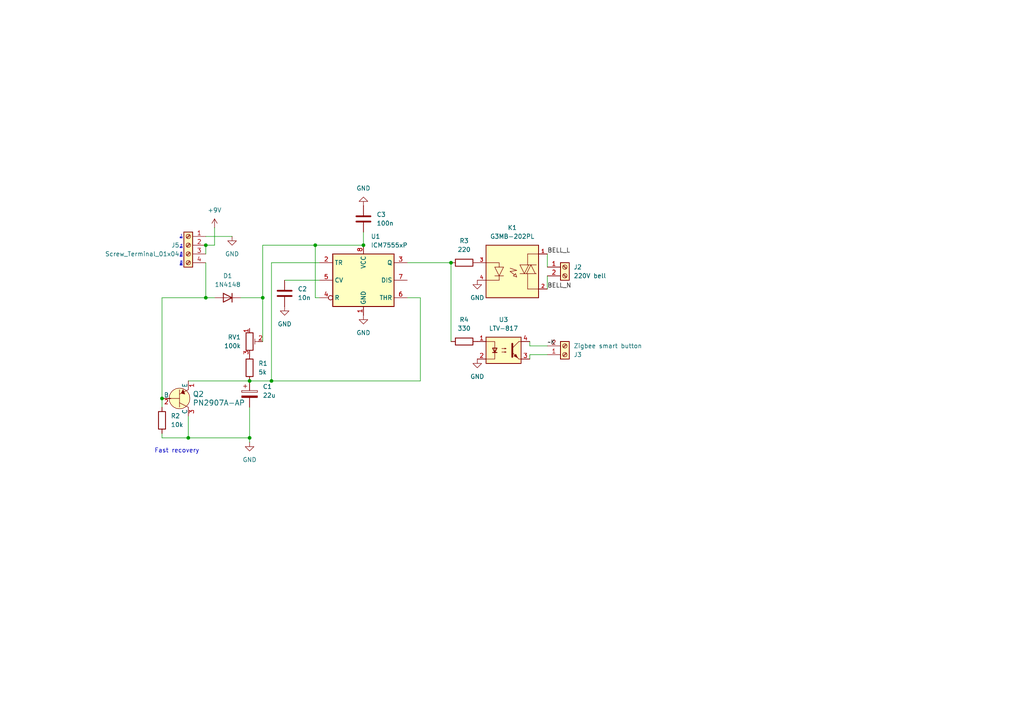
<source format=kicad_sch>
(kicad_sch (version 20250114) (generator "eeschema") (generator_version "9.0")
  (paper "A4")
  (title_block (title "Door bell") (date "2026-02-19") (rev "1.0") (company "Quinot Engineering"))
  (lib_symbols
    (symbol "Connector:Screw_Terminal_01x02" (pin_names (offset 1.016) (hide yes))
      (property "Reference" "J" (at 0 2.54 0))
      (property "Value" "Screw_Terminal_01x02" (at 0 -5.08 0))
      (symbol "Screw_Terminal_01x02_1_1"
        (rectangle (start -1.27 1.27) (end 1.27 -3.81) (stroke (width 0.254)) (fill (type background)))
        (polyline (pts (xy -0.5334 0.3302) (xy 0.3302 -0.508)) (stroke (width 0.1524)))
        (polyline (pts (xy -0.5334 -2.2098) (xy 0.3302 -3.048)) (stroke (width 0.1524)))
        (polyline (pts (xy -0.3556 0.508) (xy 0.508 -0.3302)) (stroke (width 0.1524)))
        (polyline (pts (xy -0.3556 -2.032) (xy 0.508 -2.8702)) (stroke (width 0.1524)))
        (circle (center 0 0) (radius 0.635) (stroke (width 0.1524)))
        (circle (center 0 -2.54) (radius 0.635) (stroke (width 0.1524)))
        (pin passive line (at -5.08 0 0) (length 3.81) (name "Pin_1") (number "1"))
        (pin passive line (at -5.08 -2.54 0) (length 3.81) (name "Pin_2") (number "2"))
      )
    )
    (symbol "Connector:Screw_Terminal_01x04" (pin_names (offset 1.016) (hide yes))
      (property "Reference" "J" (at 0 5.08 0))
      (property "Value" "Screw_Terminal_01x04" (at 0 -7.62 0))
      (symbol "Screw_Terminal_01x04_1_1"
        (rectangle (start -1.27 3.81) (end 1.27 -6.35) (stroke (width 0.254)) (fill (type background)))
        (polyline (pts (xy -0.5334 2.8702) (xy 0.3302 2.032)) (stroke (width 0.1524)))
        (polyline (pts (xy -0.5334 0.3302) (xy 0.3302 -0.508)) (stroke (width 0.1524)))
        (polyline (pts (xy -0.5334 -2.2098) (xy 0.3302 -3.048)) (stroke (width 0.1524)))
        (polyline (pts (xy -0.5334 -4.7498) (xy 0.3302 -5.588)) (stroke (width 0.1524)))
        (polyline (pts (xy -0.3556 3.048) (xy 0.508 2.2098)) (stroke (width 0.1524)))
        (polyline (pts (xy -0.3556 0.508) (xy 0.508 -0.3302)) (stroke (width 0.1524)))
        (polyline (pts (xy -0.3556 -2.032) (xy 0.508 -2.8702)) (stroke (width 0.1524)))
        (polyline (pts (xy -0.3556 -4.572) (xy 0.508 -5.4102)) (stroke (width 0.1524)))
        (circle (center 0 2.54) (radius 0.635) (stroke (width 0.1524)))
        (circle (center 0 0) (radius 0.635) (stroke (width 0.1524)))
        (circle (center 0 -2.54) (radius 0.635) (stroke (width 0.1524)))
        (circle (center 0 -5.08) (radius 0.635) (stroke (width 0.1524)))
        (pin passive line (at -5.08 2.54 0) (length 3.81) (name "Pin_1") (number "1"))
        (pin passive line (at -5.08 0 0) (length 3.81) (name "Pin_2") (number "2"))
        (pin passive line (at -5.08 -2.54 0) (length 3.81) (name "Pin_3") (number "3"))
        (pin passive line (at -5.08 -5.08 0) (length 3.81) (name "Pin_4") (number "4"))
      )
    )
    (symbol "Device:C" (pin_numbers (hide yes)) (pin_names (offset 0.254))
      (property "Reference" "C" (at 0.635 2.54 0))
      (property "Value" "C" (at 0.635 -2.54 0))
      (symbol "C_0_1"
        (polyline (pts (xy -2.032 0.762) (xy 2.032 0.762)) (stroke (width 0.508)))
        (polyline (pts (xy -2.032 -0.762) (xy 2.032 -0.762)) (stroke (width 0.508)))
      )
      (symbol "C_1_1"
        (pin passive line (at 0 3.81 270) (length 2.794) (name "~") (number "1"))
        (pin passive line (at 0 -3.81 90) (length 2.794) (name "~") (number "2"))
      )
    )
    (symbol "Device:C_Polarized" (pin_numbers (hide yes)) (pin_names (offset 0.254))
      (property "Reference" "C" (at 0.635 2.54 0))
      (property "Value" "C_Polarized" (at 0.635 -2.54 0))
      (symbol "C_Polarized_0_1"
        (rectangle (start -2.286 0.508) (end 2.286 1.016))
        (polyline (pts (xy -1.778 2.286) (xy -0.762 2.286)))
        (polyline (pts (xy -1.27 2.794) (xy -1.27 1.778)))
        (rectangle (start 2.286 -0.508) (end -2.286 -1.016) (fill (type outline)))
      )
      (symbol "C_Polarized_1_1"
        (pin passive line (at 0 3.81 270) (length 2.794) (name "~") (number "1"))
        (pin passive line (at 0 -3.81 90) (length 2.794) (name "~") (number "2"))
      )
    )
    (symbol "Device:R" (pin_numbers (hide yes)) (pin_names (offset 0))
      (property "Reference" "R" (at 2.032 0 90))
      (property "Value" "R" (at 0 0 90))
      (symbol "R_0_1"
        (rectangle (start -1.016 -2.54) (end 1.016 2.54) (stroke (width 0.254)))
      )
      (symbol "R_1_1"
        (pin passive line (at 0 3.81 270) (length 1.27) (name "~") (number "1"))
        (pin passive line (at 0 -3.81 90) (length 1.27) (name "~") (number "2"))
      )
    )
    (symbol "Device:R_Potentiometer_Trim" (pin_names (offset 1.016) (hide yes))
      (property "Reference" "RV" (at -4.445 0 90))
      (property "Value" "R_Potentiometer_Trim" (at -2.54 0 90))
      (symbol "R_Potentiometer_Trim_0_1"
        (rectangle (start 1.016 2.54) (end -1.016 -2.54) (stroke (width 0.254)))
        (polyline (pts (xy 1.524 0.762) (xy 1.524 -0.762)))
        (polyline (pts (xy 2.54 0) (xy 1.524 0)))
      )
      (symbol "R_Potentiometer_Trim_1_1"
        (pin passive line (at 0 3.81 270) (length 1.27) (name "1") (number "1"))
        (pin passive line (at 0 -3.81 90) (length 1.27) (name "3") (number "3"))
        (pin passive line (at 3.81 0 180) (length 1.27) (name "2") (number "2"))
      )
    )
    (symbol "Diode:1N4148" (pin_numbers (hide yes)) (pin_names (hide yes))
      (property "Reference" "D" (at 0 2.54 0))
      (property "Value" "1N4148" (at 0 -2.54 0))
      (symbol "1N4148_0_1"
        (polyline (pts (xy -1.27 1.27) (xy -1.27 -1.27)) (stroke (width 0.254)))
        (polyline (pts (xy 1.27 1.27) (xy 1.27 -1.27) (xy -1.27 0) (xy 1.27 1.27)) (stroke (width 0.254)))
        (polyline (pts (xy 1.27 0) (xy -1.27 0)))
      )
      (symbol "1N4148_1_1"
        (pin passive line (at -3.81 0 0) (length 2.54) (name "K") (number "1"))
        (pin passive line (at 3.81 0 180) (length 2.54) (name "A") (number "2"))
      )
    )
    (symbol "G3MB-202PL:G3MB-202PL" (pin_names (offset 1.016))
      (property "Reference" "K" (at -7.62 7.62 0))
      (property "Value" "G3MB-202PL" (at -7.62 -7.62 0))
      (symbol "G3MB-202PL_0_0"
        (rectangle (start -7.62 -7.62) (end 7.62 7.62) (stroke (width 0.254)) (fill (type background)))
        (polyline (pts (xy -5.08 1.27) (xy -3.81 -1.27)) (stroke (width 0.1524)))
        (polyline (pts (xy -5.08 -1.27) (xy -3.81 -1.27)) (stroke (width 0.1524)))
        (polyline (pts (xy -3.81 2.54) (xy -7.62 2.54)) (stroke (width 0.1524)))
        (polyline (pts (xy -3.81 1.27) (xy -5.08 1.27)) (stroke (width 0.1524)))
        (polyline (pts (xy -3.81 1.27) (xy -3.81 2.54)) (stroke (width 0.1524)))
        (polyline (pts (xy -3.81 -1.27) (xy -3.81 -2.54)) (stroke (width 0.1524)))
        (polyline (pts (xy -3.81 -1.27) (xy -2.54 1.27)) (stroke (width 0.1524)))
        (polyline (pts (xy -3.81 -1.27) (xy -2.54 -1.27)) (stroke (width 0.1524)))
        (polyline (pts (xy -3.81 -2.54) (xy -7.62 -2.54)) (stroke (width 0.1524)))
        (polyline (pts (xy -2.54 1.27) (xy -3.81 1.27)) (stroke (width 0.1524)))
        (polyline (pts (xy -0.635 0.9525) (xy 1.27 0.3175)) (stroke (width 0.1524)))
        (polyline (pts (xy -0.635 0) (xy 0.635 -0.9525)) (stroke (width 0.1524)))
        (polyline (pts (xy 0.3175 -1.27) (xy 1.27 -1.5875)) (stroke (width 0.1524)))
        (polyline (pts (xy 0.635 -0.9525) (xy 0.3175 -1.27)) (stroke (width 0.1524)))
        (polyline (pts (xy 0.9525 -0.635) (xy 0.635 -0.9525)) (stroke (width 0.1524)))
        (polyline (pts (xy 1.27 0.3175) (xy -0.635 0)) (stroke (width 0.1524)))
        (polyline (pts (xy 1.27 -1.5875) (xy 0.9525 -0.635)) (stroke (width 0.1524)))
        (polyline (pts (xy 2.2225 1.905) (xy 4.445 1.905)) (stroke (width 0.1524)))
        (polyline (pts (xy 2.2225 -0.635) (xy 3.4925 -0.635)) (stroke (width 0.1524)))
        (polyline (pts (xy 3.4925 -0.635) (xy 2.2225 1.905)) (stroke (width 0.1524)))
        (polyline (pts (xy 3.4925 -0.635) (xy 4.1275 -0.635)) (stroke (width 0.1524)))
        (polyline (pts (xy 4.1275 -0.635) (xy 4.445 -0.635)) (stroke (width 0.1524)))
        (polyline (pts (xy 4.445 5.08) (xy 4.445 1.905)) (stroke (width 0.1524)))
        (polyline (pts (xy 4.445 5.08) (xy 7.62 5.08)) (stroke (width 0.1524)))
        (polyline (pts (xy 4.445 1.905) (xy 4.7625 1.905)) (stroke (width 0.1524)))
        (polyline (pts (xy 4.445 -0.635) (xy 4.445 -5.08)) (stroke (width 0.1524)))
        (polyline (pts (xy 4.445 -0.635) (xy 6.6675 -0.635)) (stroke (width 0.1524)))
        (polyline (pts (xy 4.445 -5.08) (xy 7.62 -5.08)) (stroke (width 0.1524)))
        (polyline (pts (xy 4.7625 1.905) (xy 3.4925 -0.635)) (stroke (width 0.1524)))
        (polyline (pts (xy 4.7625 1.905) (xy 5.3975 1.905)) (stroke (width 0.1524)))
        (polyline (pts (xy 5.3975 1.905) (xy 4.1275 -0.635)) (stroke (width 0.1524)))
        (polyline (pts (xy 5.3975 1.905) (xy 6.985 1.905)) (stroke (width 0.1524)))
        (polyline (pts (xy 6.6675 -0.635) (xy 5.3975 1.905)) (stroke (width 0.1524)))
        (polyline (pts (xy 6.6675 -0.635) (xy 6.985 -0.635)) (stroke (width 0.1524)))
        (pin passive line (at -10.16 2.54 0) (length 2.54) (name "~") (number "3"))
        (pin passive line (at -10.16 -2.54 0) (length 2.54) (name "~") (number "4"))
        (pin passive line (at 10.16 5.08 180) (length 2.54) (name "~") (number "1"))
        (pin passive line (at 10.16 -5.08 180) (length 2.54) (name "~") (number "2"))
      )
    )
    (symbol "Isolator:LTV-817" (pin_names (offset 1.016))
      (property "Reference" "U" (at -5.08 5.08 0))
      (property "Value" "LTV-817" (at 0 5.08 0))
      (symbol "LTV-817_0_1"
        (rectangle (start -5.08 3.81) (end 5.08 -3.81) (stroke (width 0.254)) (fill (type background)))
        (polyline (pts (xy -5.08 2.54) (xy -2.54 2.54) (xy -2.54 -0.762)))
        (polyline (pts (xy -3.175 -0.635) (xy -1.905 -0.635)) (stroke (width 0.254)))
        (polyline (pts (xy -2.54 -0.635) (xy -2.54 -2.54) (xy -5.08 -2.54)))
        (polyline (pts (xy -2.54 -0.635) (xy -3.175 0.635) (xy -1.905 0.635) (xy -2.54 -0.635)) (stroke (width 0.254)))
        (polyline (pts (xy -0.508 0.508) (xy 0.762 0.508) (xy 0.381 0.381) (xy 0.381 0.635) (xy 0.762 0.508)))
        (polyline (pts (xy -0.508 -0.508) (xy 0.762 -0.508) (xy 0.381 -0.635) (xy 0.381 -0.381) (xy 0.762 -0.508)))
        (polyline (pts (xy 2.54 1.905) (xy 2.54 -1.905) (xy 2.54 -1.905)) (stroke (width 0.508)))
        (polyline (pts (xy 2.54 0.635) (xy 4.445 2.54)))
        (polyline (pts (xy 3.048 -1.651) (xy 3.556 -1.143) (xy 4.064 -2.159) (xy 3.048 -1.651) (xy 3.048 -1.651)) (fill (type outline)))
        (polyline (pts (xy 4.445 2.54) (xy 5.08 2.54)))
        (polyline (pts (xy 4.445 -2.54) (xy 2.54 -0.635)) (fill (type outline)))
        (polyline (pts (xy 4.445 -2.54) (xy 5.08 -2.54)))
      )
      (symbol "LTV-817_1_1"
        (pin passive line (at -7.62 2.54 0) (length 2.54) (name "~") (number "1"))
        (pin passive line (at -7.62 -2.54 0) (length 2.54) (name "~") (number "2"))
        (pin passive line (at 7.62 2.54 180) (length 2.54) (name "~") (number "4"))
        (pin passive line (at 7.62 -2.54 180) (length 2.54) (name "~") (number "3"))
      )
    )
    (symbol "Timer:ICM7555xP"
      (property "Reference" "U" (at -10.16 8.89 0))
      (property "Value" "ICM7555xP" (at 2.54 8.89 0))
      (symbol "ICM7555xP_0_0"
        (pin power_in line (at 0 10.16 270) (length 2.54) (name "VCC") (number "8"))
        (pin power_in line (at 0 -10.16 90) (length 2.54) (name "GND") (number "1"))
      )
      (symbol "ICM7555xP_0_1"
        (rectangle (start -8.89 -7.62) (end 8.89 7.62) (stroke (width 0.254)) (fill (type background)))
        (rectangle (start -8.89 -7.62) (end 8.89 7.62) (stroke (width 0.254)) (fill (type background)))
      )
      (symbol "ICM7555xP_1_1"
        (pin input line (at -12.7 5.08 0) (length 3.81) (name "TR") (number "2"))
        (pin input line (at -12.7 0 0) (length 3.81) (name "CV") (number "5"))
        (pin input inverted (at -12.7 -5.08 0) (length 3.81) (name "R") (number "4"))
        (pin output line (at 12.7 5.08 180) (length 3.81) (name "Q") (number "3"))
        (pin input line (at 12.7 0 180) (length 3.81) (name "DIS") (number "7"))
        (pin input line (at 12.7 -5.08 180) (length 3.81) (name "THR") (number "6"))
      )
    )
    (symbol "dk_Transistors-Bipolar-BJT-Single:PN2907A-AP" (pin_names (offset 0))
      (property "Reference" "Q" (at -2.3876 3.9116 0))
      (property "Value" "PN2907A-AP" (at 5.08 0 90))
      (symbol "PN2907A-AP_0_1"
        (polyline (pts (xy -3.81 0) (xy -2.54 0)))
        (polyline (pts (xy -3.556 0) (xy 0 0)))
        (polyline (pts (xy 0 2.54) (xy 0 -2.54)))
        (polyline (pts (xy 0 1.27) (xy 2.54 2.54)))
        (circle (center 0 0) (radius 2.9972) (fill (type background)))
        (polyline (pts (xy 0 -1.27) (xy 2.54 -2.54)))
        (polyline (pts (xy 1.016 2.54) (xy 0.508 1.524) (xy 1.524 1.27) (xy 1.016 2.54)) (fill (type outline)))
      )
      (symbol "PN2907A-AP_1_1"
        (pin input line (at -5.08 0 0) (length 2.54) (name "B") (number "2"))
        (pin passive line (at 2.54 5.08 270) (length 2.54) (name "E") (number "1"))
        (pin passive line (at 2.54 -5.08 90) (length 2.54) (name "C") (number "3"))
      )
    )
    (symbol "power:+9V" (power) (pin_numbers (hide yes)) (pin_names (offset 0) (hide yes))
      (property "Value" "+9V" (at 0 3.556 0))
      (symbol "+9V_0_1"
        (polyline (pts (xy -0.762 1.27) (xy 0 2.54)))
        (polyline (pts (xy 0 2.54) (xy 0.762 1.27)))
        (polyline (pts (xy 0 0) (xy 0 2.54)))
      )
      (symbol "+9V_1_1"
        (pin power_in line (at 0 0 90) (length 0) (name "~") (number "1"))
      )
    )
    (symbol "power:GND" (power) (pin_numbers (hide yes)) (pin_names (offset 0) (hide yes))
      (property "Value" "GND" (at 0 -3.81 0))
      (symbol "GND_0_1"
        (polyline (pts (xy 0 0) (xy 0 -1.27) (xy 1.27 -1.27) (xy 0 -2.54) (xy -1.27 -1.27) (xy 0 -1.27)))
      )
      (symbol "GND_1_1"
        (pin power_in line (at 0 0 270) (length 0) (name "~") (number "1"))
      )
    )
  )
  (text "Fast recovery" (at 51.308 130.81 0) (effects (font (size 1.27 1.27))))
  (text "Btn  Btn  B+   B-" (at 52.578 72.644 90) (effects (font (size 0.63 0.63))))
  (junction (at 78.74 110.49))
  (junction (at 72.39 110.49))
  (junction (at 46.99 115.57))
  (junction (at 59.69 71.12))
  (junction (at 130.81 76.2))
  (junction (at 72.39 127))
  (junction (at 54.61 127))
  (junction (at 105.41 71.12))
  (junction (at 59.69 86.36))
  (junction (at 76.2 86.36))
  (junction (at 91.44 71.12))
  (wire (pts (xy 59.69 71.12) (xy 59.69 73.66)))
  (wire (pts (xy 54.61 120.65) (xy 54.61 127)))
  (wire (pts (xy 72.39 110.49) (xy 78.74 110.49)))
  (wire (pts (xy 54.61 127) (xy 72.39 127)))
  (wire (pts (xy 91.44 71.12) (xy 105.41 71.12)))
  (wire (pts (xy 92.71 76.2) (xy 78.74 76.2)))
  (wire (pts (xy 59.69 86.36) (xy 62.23 86.36)))
  (wire (pts (xy 130.81 76.2) (xy 130.81 99.06)))
  (wire (pts (xy 158.75 73.66) (xy 158.75 77.47)))
  (wire (pts (xy 153.67 100.33) (xy 153.67 99.06)))
  (wire (pts (xy 69.85 86.36) (xy 76.2 86.36)))
  (wire (pts (xy 78.74 76.2) (xy 78.74 110.49)))
  (wire (pts (xy 46.99 86.36) (xy 46.99 115.57)))
  (wire (pts (xy 76.2 71.12) (xy 91.44 71.12)))
  (wire (pts (xy 46.99 127) (xy 54.61 127)))
  (wire (pts (xy 78.74 110.49) (xy 121.92 110.49)))
  (wire (pts (xy 121.92 86.36) (xy 118.11 86.36)))
  (wire (pts (xy 92.71 86.36) (xy 91.44 86.36)))
  (wire (pts (xy 46.99 127) (xy 46.99 125.73)))
  (wire (pts (xy 105.41 67.31) (xy 105.41 71.12)))
  (wire (pts (xy 118.11 76.2) (xy 130.81 76.2)))
  (wire (pts (xy 153.67 102.87) (xy 158.75 102.87)))
  (wire (pts (xy 72.39 118.11) (xy 72.39 127)))
  (wire (pts (xy 153.67 100.33) (xy 158.75 100.33)))
  (wire (pts (xy 121.92 86.36) (xy 121.92 110.49)))
  (wire (pts (xy 76.2 86.36) (xy 76.2 99.06)))
  (wire (pts (xy 91.44 86.36) (xy 91.44 71.12)))
  (wire (pts (xy 62.23 71.12) (xy 59.69 71.12)))
  (wire (pts (xy 54.61 110.49) (xy 72.39 110.49)))
  (wire (pts (xy 82.55 81.28) (xy 92.71 81.28)))
  (wire (pts (xy 76.2 71.12) (xy 76.2 86.36)))
  (wire (pts (xy 72.39 128.27) (xy 72.39 127)))
  (wire (pts (xy 62.23 66.04) (xy 62.23 71.12)))
  (wire (pts (xy 158.75 80.01) (xy 158.75 83.82)))
  (wire (pts (xy 59.69 86.36) (xy 46.99 86.36)))
  (wire (pts (xy 59.69 68.58) (xy 67.31 68.58)))
  (wire (pts (xy 153.67 102.87) (xy 153.67 104.14)))
  (wire (pts (xy 46.99 118.11) (xy 46.99 115.57)))
  (wire (pts (xy 59.69 76.2) (xy 59.69 86.36)))
  (label "BELL_N" (at 158.75 83.82 0))
  (label "BELL_L" (at 158.75 73.66 0))
  (label "~K" (at 158.75 100.33 0))
  (symbol (lib_id "Timer:ICM7555xP") (at 105.41 81.28 0) (unit 1)
    (property "Reference" "U1" (at 107.5533 68.58 0) (effects (justify left)))
    (property "Value" "ICM7555xP" (at 107.5533 71.12 0) (effects (justify left)))
    (property "Footprint" "Package_DIP:DIP-8_W7.62mm" (effects (hide yes)))
    (property "Datasheet" "http://www.intersil.com/content/dam/Intersil/documents/icm7/icm7555-56.pdf" (effects (hide yes)))
    (property "Description" "CMOS General Purpose Timer, 555 compatible, PDIP-8" (effects (hide yes)))
  )
  (symbol (lib_id "Device:R") (at 72.39 106.68 0) (unit 1)
    (property "Reference" "R1" (at 74.93 105.4099 0) (effects (justify left)))
    (property "Value" "5k" (at 74.93 107.9499 0) (effects (justify left)))
    (property "Footprint" "Resistor_THT:R_Axial_DIN0207_L6.3mm_D2.5mm_P7.62mm_Horizontal" (effects (hide yes)))
    (property "Description" "Resistor" (effects (hide yes)))
  )
  (symbol (lib_id "power:GND") (at 72.39 128.27 0) (unit 1)
    (property "Reference" "#PWR04" (effects (hide yes)))
    (property "Value" "GND" (at 72.39 133.35 0))
    (property "Description" "Power symbol creates a global label with name \"GND\" , ground" (effects (hide yes)))
  )
  (symbol (lib_id "Device:R") (at 134.62 76.2 90) (unit 1)
    (property "Reference" "R3" (at 134.62 69.85 90))
    (property "Value" "220" (at 134.62 72.39 90))
    (property "Footprint" "Resistor_THT:R_Axial_DIN0207_L6.3mm_D2.5mm_P7.62mm_Horizontal" (effects (hide yes)))
    (property "Description" "Resistor" (effects (hide yes)))
  )
  (symbol (lib_id "power:+9V") (at 62.23 66.04 0) (unit 1)
    (property "Reference" "#PWR01" (effects (hide yes)))
    (property "Value" "+9V" (at 62.23 60.96 0))
    (property "Description" "Power symbol creates a global label with name \"+9V\"" (effects (hide yes)))
  )
  (symbol (lib_id "Device:C") (at 82.55 85.09 0) (unit 1)
    (property "Reference" "C2" (at 86.36 83.8199 0) (effects (justify left)))
    (property "Value" "10n" (at 86.36 86.3599 0) (effects (justify left)))
    (property "Footprint" "Capacitor_THT:C_Disc_D5.0mm_W2.5mm_P2.50mm" (effects (hide yes)))
    (property "Description" "Unpolarized capacitor" (effects (hide yes)))
  )
  (symbol (lib_id "Connector:Screw_Terminal_01x02") (at 163.83 102.87 0) (mirror x) (unit 1)
    (property "Reference" "J3" (at 166.37 102.8701 0) (effects (justify left)))
    (property "Value" "Zigbee smart button" (at 166.37 100.3301 0) (effects (justify left)))
    (property "Footprint" "TerminalBlock:TerminalBlock_Xinya_XY308-2.54-2P_1x02_P2.54mm_Horizontal" (effects (hide yes)))
    (property "Description" "Generic screw terminal, single row, 01x02, script generated (kicad-library-utils/schlib/autogen/connector/)" (effects (hide yes)))
  )
  (symbol (lib_id "power:GND") (at 67.31 68.58 0) (unit 1)
    (property "Reference" "#PWR02" (effects (hide yes)))
    (property "Value" "GND" (at 67.31 73.66 0))
    (property "Description" "Power symbol creates a global label with name \"GND\" , ground" (effects (hide yes)))
  )
  (symbol (lib_id "Connector:Screw_Terminal_01x04") (at 54.61 71.12 0) (mirror y) (unit 1)
    (property "Reference" "J5" (at 52.07 71.1199 0) (effects (justify left)))
    (property "Value" "Screw_Terminal_01x04" (at 52.07 73.6599 0) (effects (justify left)))
    (property "Footprint" "TerminalBlock:TerminalBlock_Xinya_XY308-2.54-4P_1x04_P2.54mm_Horizontal" (effects (hide yes)))
    (property "Description" "Generic screw terminal, single row, 01x04, script generated (kicad-library-utils/schlib/autogen/connector/)" (effects (hide yes)))
  )
  (symbol (lib_id "Device:C") (at 105.41 63.5 0) (unit 1)
    (property "Reference" "C3" (at 109.22 62.2299 0) (effects (justify left)))
    (property "Value" "100n" (at 109.22 64.7699 0) (effects (justify left)))
    (property "Footprint" "Capacitor_THT:C_Disc_D5.0mm_W2.5mm_P2.50mm" (effects (hide yes)))
    (property "Description" "Unpolarized capacitor" (effects (hide yes)))
  )
  (symbol (lib_id "dk_Transistors-Bipolar-BJT-Single:PN2907A-AP") (at 52.07 115.57 0) (unit 1)
    (property "Reference" "Q2" (at 55.88 114.2999 0) (effects (font (size 1.524 1.524)) (justify left)))
    (property "Value" "PN2907A-AP" (at 55.88 116.8399 0) (effects (font (size 1.524 1.524)) (justify left)))
    (property "Footprint" "digikey-footprints:TO-92-3_Formed_Leads" (effects (hide yes)))
    (property "Datasheet" "https://www.mccsemi.com/pdf/Products/PN2907A(TO-92).pdf" (effects (hide yes)))
    (property "Description" "TRANS PNP 60V 0.6A TO92" (effects (hide yes)))
    (property "Digi-Key_PN" "PN2907A-APCT-ND" (effects (hide yes)))
    (property "MPN" "PN2907A-AP" (effects (hide yes)))
    (property "Category" "Discrete Semiconductor Products" (effects (hide yes)))
    (property "Family" "Transistors - Bipolar (BJT) - Single" (effects (hide yes)))
    (property "DK_Datasheet_Link" "https://www.mccsemi.com/pdf/Products/PN2907A(TO-92).pdf" (effects (hide yes)))
    (property "DK_Detail_Page" "/product-detail/en/micro-commercial-co/PN2907A-AP/PN2907A-APCT-ND/950625" (effects (hide yes)))
    (property "Description_1" "TRANS PNP 60V 0.6A TO92" (effects (hide yes)))
    (property "Manufacturer" "Micro Commercial Co" (effects (hide yes)))
    (property "Status" "Active" (effects (hide yes)))
  )
  (symbol (lib_id "Device:R") (at 46.99 121.92 0) (unit 1)
    (property "Reference" "R2" (at 49.53 120.6499 0) (effects (justify left)))
    (property "Value" "10k" (at 49.53 123.1899 0) (effects (justify left)))
    (property "Footprint" "Resistor_THT:R_Axial_DIN0207_L6.3mm_D2.5mm_P7.62mm_Horizontal" (effects (hide yes)))
    (property "Description" "Resistor" (effects (hide yes)))
  )
  (symbol (lib_id "power:GND") (at 105.41 59.69 0) (mirror x) (unit 1)
    (property "Reference" "#PWR09" (effects (hide yes)))
    (property "Value" "GND" (at 105.41 54.61 0))
    (property "Description" "Power symbol creates a global label with name \"GND\" , ground" (effects (hide yes)))
  )
  (symbol (lib_id "Device:R_Potentiometer_Trim") (at 72.39 99.06 0) (unit 1)
    (property "Reference" "RV1" (at 69.85 97.7899 0) (effects (justify right)))
    (property "Value" "100k" (at 69.85 100.3299 0) (effects (justify right)))
    (property "Footprint" "Potentiometer_THT:Potentiometer_Runtron_RM-065_Vertical" (effects (hide yes)))
    (property "Description" "Trim-potentiometer" (effects (hide yes)))
  )
  (symbol (lib_id "G3MB-202PL:G3MB-202PL") (at 148.59 78.74 0) (unit 1)
    (property "Reference" "K1" (at 148.59 66.04 0))
    (property "Value" "G3MB-202PL" (at 148.59 68.58 0))
    (property "Footprint" "G3MB-202PL:RELAY_G3MB-202PL" (effects (hide yes)))
    (property "MF" "Omron Automation and Safety" (effects (hide yes)))
    (property "MAXIMUM_PACKAGE_HEIGHT" "20.5 mm" (effects (hide yes)))
    (property "CREATOR" "KARTHIK" (effects (hide yes)))
    (property "Package" "SIP-4 Omron Automation" (effects (hide yes)))
    (property "Check_prices" "https://www.snapeda.com/parts/G3MB-202P%20DC5/Omron+Automation+and+Safety/view-part/?ref=eda" (effects (hide yes)))
    (property "STANDARD" "Manufacturer Recommendation" (effects (hide yes)))
    (property "PARTREV" "06/09" (effects (hide yes)))
    (property "SnapEDA_Link" "https://www.snapeda.com/parts/G3MB-202P%20DC5/Omron+Automation+and+Safety/view-part/?ref=snap" (effects (hide yes)))
    (property "MP" "G3MB-202P DC5" (effects (hide yes)))
    (property "Purchase-URL" "https://www.snapeda.com/api/url_track_click_mouser/?unipart_id=7674038&manufacturer=Omron Automation and Safety&part_name=G3MB-202P DC5&search_term=None" (effects (hide yes)))
    (property "Description_1" "Solid State Photo-Coupled Relay (Photorelay) SPST-NO (1 Form A) 4-SIP" (effects (hide yes)))
    (property "MANUFACTURER" "Omron Automation and Safety" (effects (hide yes)))
    (property "SNAPEDA_PN" "G3MB-202P DC5" (effects (hide yes)))
  )
  (symbol (lib_id "power:GND") (at 138.43 104.14 0) (unit 1)
    (property "Reference" "#PWR08" (effects (hide yes)))
    (property "Value" "GND" (at 138.43 109.22 0))
    (property "Description" "Power symbol creates a global label with name \"GND\" , ground" (effects (hide yes)))
  )
  (symbol (lib_id "Diode:1N4148") (at 66.04 86.36 0) (mirror y) (unit 1)
    (property "Reference" "D1" (at 66.04 80.01 0))
    (property "Value" "1N4148" (at 66.04 82.55 0))
    (property "Footprint" "Diode_THT:D_DO-35_SOD27_P7.62mm_Horizontal" (effects (hide yes)))
    (property "Datasheet" "https://assets.nexperia.com/documents/data-sheet/1N4148_1N4448.pdf" (effects (hide yes)))
    (property "Description" "100V 0.15A standard switching diode, DO-35" (effects (hide yes)))
    (property "Sim.Device" "D" (effects (hide yes)))
    (property "Sim.Pins" "1=K 2=A" (effects (hide yes)))
  )
  (symbol (lib_id "power:GND") (at 82.55 88.9 0) (unit 1)
    (property "Reference" "#PWR06" (effects (hide yes)))
    (property "Value" "GND" (at 82.55 93.98 0))
    (property "Description" "Power symbol creates a global label with name \"GND\" , ground" (effects (hide yes)))
  )
  (symbol (lib_id "Device:R") (at 134.62 99.06 90) (unit 1)
    (property "Reference" "R4" (at 134.62 92.71 90))
    (property "Value" "330" (at 134.62 95.25 90))
    (property "Footprint" "Resistor_THT:R_Axial_DIN0207_L6.3mm_D2.5mm_P7.62mm_Horizontal" (effects (hide yes)))
    (property "Description" "Resistor" (effects (hide yes)))
  )
  (symbol (lib_id "Isolator:LTV-817") (at 146.05 101.6 0) (unit 1)
    (property "Reference" "U3" (at 146.05 92.71 0))
    (property "Value" "LTV-817" (at 146.05 95.25 0))
    (property "Footprint" "Package_DIP:DIP-4_W7.62mm" (effects (hide yes)))
    (property "Datasheet" "http://www.us.liteon.com/downloads/LTV-817-827-847.PDF" (effects (hide yes)))
    (property "Description" "DC Optocoupler, Vce 35V, CTR 50%, DIP-4" (effects (hide yes)))
  )
  (symbol (lib_id "Connector:Screw_Terminal_01x02") (at 163.83 77.47 0) (unit 1)
    (property "Reference" "J2" (at 166.37 77.4699 0) (effects (justify left)))
    (property "Value" "220V bell" (at 166.37 80.0099 0) (effects (justify left)))
    (property "Footprint" "TerminalBlock:TerminalBlock_MaiXu_MX126-5.0-02P_1x02_P5.00mm" (effects (hide yes)))
    (property "Description" "Generic screw terminal, single row, 01x02, script generated (kicad-library-utils/schlib/autogen/connector/)" (effects (hide yes)))
  )
  (symbol (lib_id "Device:C_Polarized") (at 72.39 114.3 0) (unit 1)
    (property "Reference" "C1" (at 76.2 112.1409 0) (effects (justify left)))
    (property "Value" "22u" (at 76.2 114.6809 0) (effects (justify left)))
    (property "Footprint" "Capacitor_THT:CP_Radial_D5.0mm_P2.50mm" (effects (hide yes)))
    (property "Description" "Polarized capacitor" (effects (hide yes)))
  )
  (symbol (lib_id "power:GND") (at 105.41 91.44 0) (unit 1)
    (property "Reference" "#PWR03" (effects (hide yes)))
    (property "Value" "GND" (at 105.41 96.52 0))
    (property "Description" "Power symbol creates a global label with name \"GND\" , ground" (effects (hide yes)))
  )
  (symbol (lib_id "power:GND") (at 138.43 81.28 0) (unit 1)
    (property "Reference" "#PWR07" (effects (hide yes)))
    (property "Value" "GND" (at 138.43 86.36 0))
    (property "Description" "Power symbol creates a global label with name \"GND\" , ground" (effects (hide yes)))
  )
)
</source>
